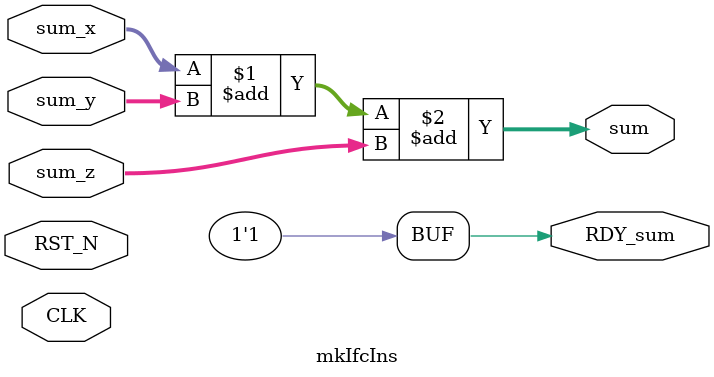
<source format=v>

`ifdef BSV_ASSIGNMENT_DELAY
`else
  `define BSV_ASSIGNMENT_DELAY
`endif

`ifdef BSV_POSITIVE_RESET
  `define BSV_RESET_VALUE 1'b1
  `define BSV_RESET_EDGE posedge
`else
  `define BSV_RESET_VALUE 1'b0
  `define BSV_RESET_EDGE negedge
`endif

module mkIfcIns(CLK,
		RST_N,

		sum_x,
		sum_y,
		sum_z,
		sum,
		RDY_sum);
  input  CLK;
  input  RST_N;

  // value method sum
  input  [31 : 0] sum_x;
  input  [31 : 0] sum_y;
  input  [31 : 0] sum_z;
  output [31 : 0] sum;
  output RDY_sum;

  // signals for module outputs
  wire [31 : 0] sum;
  wire RDY_sum;

  // value method sum
  assign sum = sum_x + sum_y + sum_z ;
  assign RDY_sum = 1'd1 ;
endmodule  // mkIfcIns


</source>
